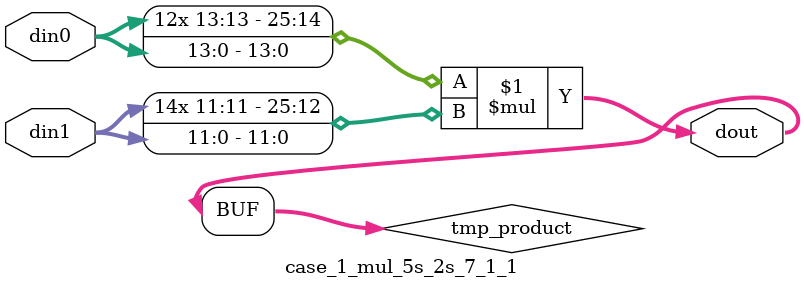
<source format=v>

`timescale 1 ns / 1 ps

 (* use_dsp = "no" *)  module case_1_mul_5s_2s_7_1_1(din0, din1, dout);
parameter ID = 1;
parameter NUM_STAGE = 0;
parameter din0_WIDTH = 14;
parameter din1_WIDTH = 12;
parameter dout_WIDTH = 26;

input [din0_WIDTH - 1 : 0] din0; 
input [din1_WIDTH - 1 : 0] din1; 
output [dout_WIDTH - 1 : 0] dout;

wire signed [dout_WIDTH - 1 : 0] tmp_product;



























assign tmp_product = $signed(din0) * $signed(din1);








assign dout = tmp_product;





















endmodule

</source>
